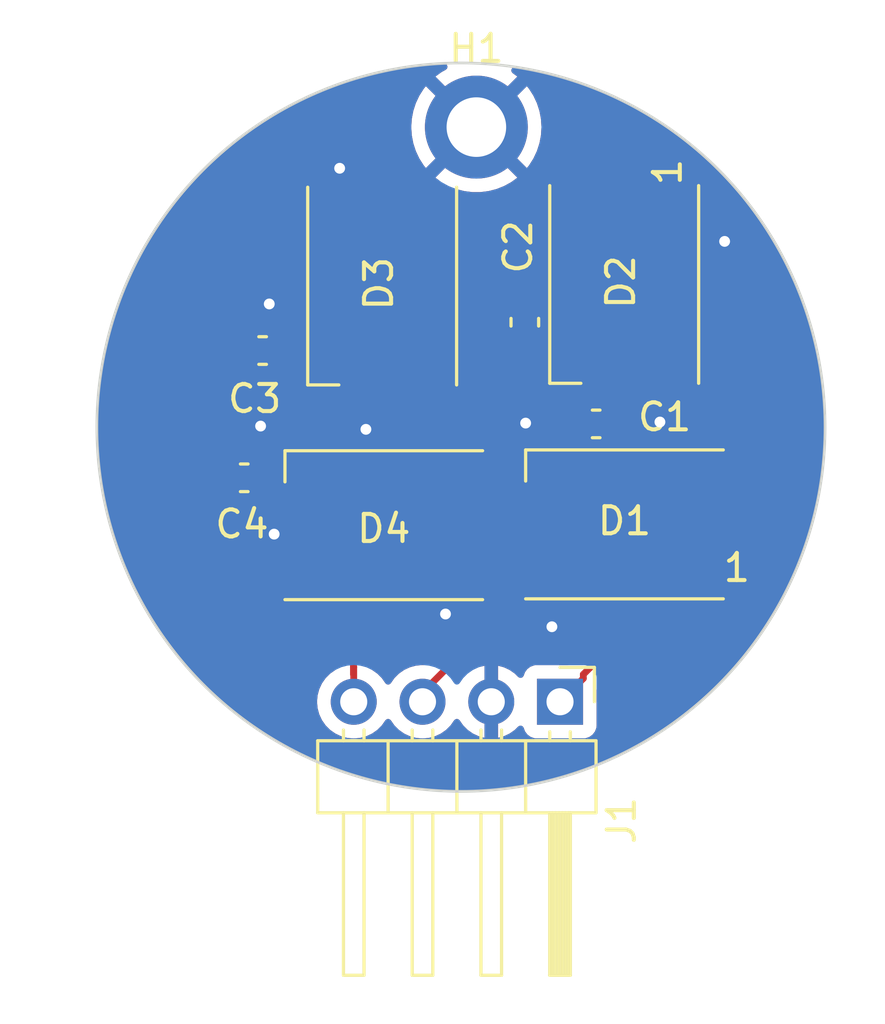
<source format=kicad_pcb>
(kicad_pcb (version 20221018) (generator pcbnew)
  (layers (0 "F.Cu" signal) (31 "B.Cu" signal) (34 "B.Paste" user) (35 "F.Paste" user) (36 "B.SilkS" user "B.Silkscreen") (37 "F.SilkS" user "F.Silkscreen") (38 "B.Mask" user) (39 "F.Mask" user) (44 "Edge.Cuts" user))
  (net 0 "")
  (net 1 "GND")
  (net 2 "Net-(D1-DOUT)")
  (net 3 "+3V3")
  (net 4 "DIN")
  (net 5 "Net-(D2-DOUT)")
  (net 6 "DOUT")
  (net 7 "Net-(D3-DOUT)")
  (footprint "Capacitor_SMD:C_0603_1608Metric" (layer "F.Cu") (at 137.255 60.03 180)
    (fp_text reference "C1" (at -2.527 0.254) (layer "F.SilkS"))
    (fp_text value "0.1u" hide)
    (fp_line (start -0.14058 -0.51) (end 0.14058 -0.51) (stroke (width 0.12)) (layer "F.SilkS"))
    (fp_line (start -0.14058 0.51) (end 0.14058 0.51) (stroke (width 0.12)) (layer "F.SilkS"))
    (pad "1" smd roundrect (at -0.775 0 180) (size 0.9 0.95) (layers "F.Cu" "F.Paste" "F.Mask") (net 1 "GND"))
    (pad "2" smd roundrect (at 0.775 0 180) (size 0.9 0.95) (layers "F.Cu" "F.Paste" "F.Mask") (net 3 "+3V3"))
  )
  (footprint "LED_SMD:LED_WS2812B_PLCC4_5.0x5.0mm_P3.2mm" (layer "F.Cu") (at 138.3 63.74 180)
    (fp_text reference "D1" (at 0 0.126) (layer "F.SilkS"))
    (fp_text value "WS2812B" hide)
    (fp_text user "1" (at -4.15 -1.6) (layer "F.SilkS"))
    (fp_line (start -3.65 -2.75) (end 3.65 -2.75) (stroke (width 0.12)) (layer "F.SilkS"))
    (fp_line (start -3.65 2.75) (end 3.65 2.75) (stroke (width 0.12)) (layer "F.SilkS"))
    (fp_line (start 3.65 2.75) (end 3.65 1.6) (stroke (width 0.12)) (layer "F.SilkS"))
    (pad "1" smd rect (at -2.45 -1.65 180) (size 1.5 0.9) (layers "F.Cu" "F.Paste" "F.Mask") (net 1 "GND"))
    (pad "2" smd rect (at -2.45 1.65 180) (size 1.5 0.9) (layers "F.Cu" "F.Paste" "F.Mask") (net 2 "Net-(D1-DOUT)"))
    (pad "3" smd rect (at 2.45 1.65 180) (size 1.5 0.9) (layers "F.Cu" "F.Paste" "F.Mask") (net 3 "+3V3"))
    (pad "4" smd rect (at 2.45 -1.65 180) (size 1.5 0.9) (layers "F.Cu" "F.Paste" "F.Mask") (net 4 "DIN"))
  )
  (footprint "LED_SMD:LED_WS2812B_PLCC4_5.0x5.0mm_P3.2mm" (layer "F.Cu") (at 129.35 54.94 -90)
    (fp_text reference "D3" (at -0.09 0.126 90) (layer "F.SilkS"))
    (fp_text value "WS2812B" hide)
    (fp_line (start -3.65 -2.75) (end 3.65 -2.75) (stroke (width 0.12)) (layer "F.SilkS"))
    (fp_line (start -3.65 2.75) (end 3.65 2.75) (stroke (width 0.12)) (layer "F.SilkS"))
    (fp_line (start 3.65 2.75) (end 3.65 1.6) (stroke (width 0.12)) (layer "F.SilkS"))
    (pad "1" smd rect (at -2.45 -1.65 270) (size 1.5 0.9) (layers "F.Cu" "F.Paste" "F.Mask") (net 1 "GND"))
    (pad "2" smd rect (at -2.45 1.65 270) (size 1.5 0.9) (layers "F.Cu" "F.Paste" "F.Mask") (net 7 "Net-(D3-DOUT)"))
    (pad "3" smd rect (at 2.45 1.65 270) (size 1.5 0.9) (layers "F.Cu" "F.Paste" "F.Mask") (net 3 "+3V3"))
    (pad "4" smd rect (at 2.45 -1.65 270) (size 1.5 0.9) (layers "F.Cu" "F.Paste" "F.Mask") (net 5 "Net-(D2-DOUT)"))
  )
  (footprint "Capacitor_SMD:C_0603_1608Metric" (layer "F.Cu") (at 124.935 57.32)
    (fp_text reference "C3" (at -0.295 1.78) (layer "F.SilkS"))
    (fp_text value "0.1u" hide)
    (fp_line (start -0.14058 -0.51) (end 0.14058 -0.51) (stroke (width 0.12)) (layer "F.SilkS"))
    (fp_line (start -0.14058 0.51) (end 0.14058 0.51) (stroke (width 0.12)) (layer "F.SilkS"))
    (pad "1" smd roundrect (at -0.775 0) (size 0.9 0.95) (layers "F.Cu" "F.Paste" "F.Mask") (net 1 "GND"))
    (pad "2" smd roundrect (at 0.775 0) (size 0.9 0.95) (layers "F.Cu" "F.Paste" "F.Mask") (net 3 "+3V3"))
  )
  (footprint "Capacitor_SMD:C_0603_1608Metric" (layer "F.Cu") (at 134.62 56.275 -90)
    (fp_text reference "C2" (at -2.781 0.254 90) (layer "F.SilkS"))
    (fp_text value "0.1u" hide)
    (fp_line (start -0.14058 -0.51) (end 0.14058 -0.51) (stroke (width 0.12)) (layer "F.SilkS"))
    (fp_line (start -0.14058 0.51) (end 0.14058 0.51) (stroke (width 0.12)) (layer "F.SilkS"))
    (pad "1" smd roundrect (at -0.775 0 270) (size 0.9 0.95) (layers "F.Cu" "F.Paste" "F.Mask") (net 1 "GND"))
    (pad "2" smd roundrect (at 0.775 0 270) (size 0.9 0.95) (layers "F.Cu" "F.Paste" "F.Mask") (net 3 "+3V3"))
  )
  (footprint "LED_SMD:LED_WS2812B_PLCC4_5.0x5.0mm_P3.2mm" (layer "F.Cu") (at 138.29 54.88 -90)
    (fp_text reference "D2" (at -0.09 0.126 90) (layer "F.SilkS"))
    (fp_text value "WS2812B" hide)
    (fp_text user "1" (at -4.15 -1.6 90) (layer "F.SilkS"))
    (fp_line (start -3.65 -2.75) (end 3.65 -2.75) (stroke (width 0.12)) (layer "F.SilkS"))
    (fp_line (start -3.65 2.75) (end 3.65 2.75) (stroke (width 0.12)) (layer "F.SilkS"))
    (fp_line (start 3.65 2.75) (end 3.65 1.6) (stroke (width 0.12)) (layer "F.SilkS"))
    (pad "1" smd rect (at -2.45 -1.65 270) (size 1.5 0.9) (layers "F.Cu" "F.Paste" "F.Mask") (net 1 "GND"))
    (pad "2" smd rect (at -2.45 1.65 270) (size 1.5 0.9) (layers "F.Cu" "F.Paste" "F.Mask") (net 5 "Net-(D2-DOUT)"))
    (pad "3" smd rect (at 2.45 1.65 270) (size 1.5 0.9) (layers "F.Cu" "F.Paste" "F.Mask") (net 3 "+3V3"))
    (pad "4" smd rect (at 2.45 -1.65 270) (size 1.5 0.9) (layers "F.Cu" "F.Paste" "F.Mask") (net 2 "Net-(D1-DOUT)"))
  )
  (footprint "Connector_PinHeader_2.54mm:PinHeader_1x04_P2.54mm_Horizontal" (layer "F.Cu") (at 135.92 70.29 -90)
    (fp_text reference "J1" (at 4.385 -2.27 90) (layer "F.SilkS"))
    (fp_text value "Conn_01x04_Socket")
    (fp_line (start -1.27 -1.27) (end 0 -1.27) (stroke (width 0.12)) (layer "F.SilkS"))
    (fp_line (start -1.27 0) (end -1.27 -1.27) (stroke (width 0.12)) (layer "F.SilkS"))
    (fp_line (start 1.042929 2.16) (end 1.44 2.16) (stroke (width 0.12)) (layer "F.SilkS"))
    (fp_line (start 1.042929 2.92) (end 1.44 2.92) (stroke (width 0.12)) (layer "F.SilkS"))
    (fp_line (start 1.042929 4.7) (end 1.44 4.7) (stroke (width 0.12)) (layer "F.SilkS"))
    (fp_line (start 1.042929 5.46) (end 1.44 5.46) (stroke (width 0.12)) (layer "F.SilkS"))
    (fp_line (start 1.042929 7.24) (end 1.44 7.24) (stroke (width 0.12)) (layer "F.SilkS"))
    (fp_line (start 1.042929 8) (end 1.44 8) (stroke (width 0.12)) (layer "F.SilkS"))
    (fp_line (start 1.11 -0.38) (end 1.44 -0.38) (stroke (width 0.12)) (layer "F.SilkS"))
    (fp_line (start 1.11 0.38) (end 1.44 0.38) (stroke (width 0.12)) (layer "F.SilkS"))
    (fp_line (start 1.44 -1.33) (end 1.44 8.95) (stroke (width 0.12)) (layer "F.SilkS"))
    (fp_line (start 1.44 1.27) (end 4.1 1.27) (stroke (width 0.12)) (layer "F.SilkS"))
    (fp_line (start 1.44 3.81) (end 4.1 3.81) (stroke (width 0.12)) (layer "F.SilkS"))
    (fp_line (start 1.44 6.35) (end 4.1 6.35) (stroke (width 0.12)) (layer "F.SilkS"))
    (fp_line (start 1.44 8.95) (end 4.1 8.95) (stroke (width 0.12)) (layer "F.SilkS"))
    (fp_line (start 4.1 -1.33) (end 1.44 -1.33) (stroke (width 0.12)) (layer "F.SilkS"))
    (fp_line (start 4.1 -0.38) (end 10.1 -0.38) (stroke (width 0.12)) (layer "F.SilkS"))
    (fp_line (start 4.1 -0.32) (end 10.1 -0.32) (stroke (width 0.12)) (layer "F.SilkS"))
    (fp_line (start 4.1 -0.2) (end 10.1 -0.2) (stroke (width 0.12)) (layer "F.SilkS"))
    (fp_line (start 4.1 -0.08) (end 10.1 -0.08) (stroke (width 0.12)) (layer "F.SilkS"))
    (fp_line (start 4.1 0.04) (end 10.1 0.04) (stroke (width 0.12)) (layer "F.SilkS"))
    (fp_line (start 4.1 0.16) (end 10.1 0.16) (stroke (width 0.12)) (layer "F.SilkS"))
    (fp_line (start 4.1 0.28) (end 10.1 0.28) (stroke (width 0.12)) (layer "F.SilkS"))
    (fp_line (start 4.1 2.16) (end 10.1 2.16) (stroke (width 0.12)) (layer "F.SilkS"))
    (fp_line (start 4.1 4.7) (end 10.1 4.7) (stroke (width 0.12)) (layer "F.SilkS"))
    (fp_line (start 4.1 7.24) (end 10.1 7.24) (stroke (width 0.12)) (layer "F.SilkS"))
    (fp_line (start 4.1 8.95) (end 4.1 -1.33) (stroke (width 0.12)) (layer "F.SilkS"))
    (fp_line (start 10.1 -0.38) (end 10.1 0.38) (stroke (width 0.12)) (layer "F.SilkS"))
    (fp_line (start 10.1 0.38) (end 4.1 0.38) (stroke (width 0.12)) (layer "F.SilkS"))
    (fp_line (start 10.1 2.16) (end 10.1 2.92) (stroke (width 0.12)) (layer "F.SilkS"))
    (fp_line (start 10.1 2.92) (end 4.1 2.92) (stroke (width 0.12)) (layer "F.SilkS"))
    (fp_line (start 10.1 4.7) (end 10.1 5.46) (stroke (width 0.12)) (layer "F.SilkS"))
    (fp_line (start 10.1 5.46) (end 4.1 5.46) (stroke (width 0.12)) (layer "F.SilkS"))
    (fp_line (start 10.1 7.24) (end 10.1 8) (stroke (width 0.12)) (layer "F.SilkS"))
    (fp_line (start 10.1 8) (end 4.1 8) (stroke (width 0.12)) (layer "F.SilkS"))
    (pad "1" thru_hole rect (at 0 0 270) (size 1.7 1.7) (drill 1) (layers "*.Cu" "*.Mask") (net 3 "+3V3"))
    (pad "2" thru_hole oval (at 0 2.54 270) (size 1.7 1.7) (drill 1) (layers "*.Cu" "*.Mask") (net 1 "GND"))
    (pad "3" thru_hole oval (at 0 5.08 270) (size 1.7 1.7) (drill 1) (layers "*.Cu" "*.Mask") (net 4 "DIN"))
    (pad "4" thru_hole oval (at 0 7.62 270) (size 1.7 1.7) (drill 1) (layers "*.Cu" "*.Mask") (net 6 "DOUT"))
  )
  (footprint "Capacitor_SMD:C_0603_1608Metric" (layer "F.Cu") (at 124.255 62.02)
    (fp_text reference "C4" (at -0.085 1.71) (layer "F.SilkS"))
    (fp_text value "0.1u" hide)
    (fp_line (start -0.14058 -0.51) (end 0.14058 -0.51) (stroke (width 0.12)) (layer "F.SilkS"))
    (fp_line (start -0.14058 0.51) (end 0.14058 0.51) (stroke (width 0.12)) (layer "F.SilkS"))
    (pad "1" smd roundrect (at -0.775 0) (size 0.9 0.95) (layers "F.Cu" "F.Paste" "F.Mask") (net 1 "GND"))
    (pad "2" smd roundrect (at 0.775 0) (size 0.9 0.95) (layers "F.Cu" "F.Paste" "F.Mask") (net 3 "+3V3"))
  )
  (footprint "LED_SMD:LED_WS2812B_PLCC4_5.0x5.0mm_P3.2mm" (layer "F.Cu") (at 129.41 63.77 180)
    (fp_text reference "D4" (at 0 -0.128) (layer "F.SilkS"))
    (fp_text value "WS2812B" hide)
    (fp_line (start -3.65 -2.75) (end 3.65 -2.75) (stroke (width 0.12)) (layer "F.SilkS"))
    (fp_line (start -3.65 2.75) (end 3.65 2.75) (stroke (width 0.12)) (layer "F.SilkS"))
    (fp_line (start 3.65 2.75) (end 3.65 1.6) (stroke (width 0.12)) (layer "F.SilkS"))
    (pad "1" smd rect (at -2.45 -1.65 180) (size 1.5 0.9) (layers "F.Cu" "F.Paste" "F.Mask") (net 1 "GND"))
    (pad "2" smd rect (at -2.45 1.65 180) (size 1.5 0.9) (layers "F.Cu" "F.Paste" "F.Mask") (net 6 "DOUT"))
    (pad "3" smd rect (at 2.45 1.65 180) (size 1.5 0.9) (layers "F.Cu" "F.Paste" "F.Mask") (net 3 "+3V3"))
    (pad "4" smd rect (at 2.45 -1.65 180) (size 1.5 0.9) (layers "F.Cu" "F.Paste" "F.Mask") (net 7 "Net-(D3-DOUT)"))
  )
  (footprint "MountingHole:MountingHole_2.2mm_M2_DIN965_Pad" (layer "F.Cu") (at 132.83 49.07)
    (fp_text reference "H1" (at 0 -2.9) (layer "F.SilkS"))
    (fp_text value "MountingHole_Pad" hide)
    (pad "1" thru_hole circle (at 0 0) (size 3.8 3.8) (drill 2.2) (layers "*.Cu" "*.Mask") (net 1 "GND"))
  )
  (gr_circle (center 132.260591 60.15) (end 138.992591 71.793315) (stroke (width 0.1)) (fill none) (layer "Edge.Cuts"))
  (via (at 134.65 60) (size 0.8) (drill 0.4) (layers "F.Cu" "B.Cu") (net 1))
  (via (at 139.61 59.96) (size 0.8) (drill 0.4) (layers "F.Cu" "B.Cu") (net 1))
  (via (at 124.86 60.11) (size 0.8) (drill 0.4) (layers "F.Cu" "B.Cu") (net 1))
  (via (at 125.18 55.6) (size 0.8) (drill 0.4) (layers "F.Cu" "B.Cu") (net 1))
  (via (at 128.75 60.23) (size 0.8) (drill 0.4) (layers "F.Cu" "B.Cu") (net 1))
  (via (at 135.62 67.52) (size 0.8) (drill 0.4) (layers "F.Cu" "B.Cu") (net 1))
  (via (at 125.36 64.1) (size 0.8) (drill 0.4) (layers "F.Cu" "B.Cu") (net 1))
  (via (at 142 53.29) (size 0.8) (drill 0.4) (layers "F.Cu" "B.Cu") (net 1))
  (via (at 131.69 67.05) (size 0.8) (drill 0.4) (layers "F.Cu" "B.Cu") (net 1))
  (via (at 127.78 50.59) (size 0.8) (drill 0.4) (layers "F.Cu" "B.Cu") (net 1))
  (segment (start 140.75 58.14) (end 139.94 57.33) (width 0.25) (layer "F.Cu") (net 2))
  (segment (start 140.75 62.09) (end 140.75 58.14) (width 0.25) (layer "F.Cu") (net 2))
  (segment (start 134.9 57.33) (end 134.62 57.05) (width 0.25) (layer "F.Cu") (net 3))
  (segment (start 136.64 57.33) (end 134.9 57.33) (width 0.25) (layer "F.Cu") (net 3))
  (segment (start 138.34 67.72) (end 138.34 63.3) (width 0.25) (layer "F.Cu") (net 3))
  (segment (start 132.6 59.68) (end 129.99 59.68) (width 0.25) (layer "F.Cu") (net 3))
  (segment (start 135.85 62.09) (end 135.85 60.66) (width 0.25) (layer "F.Cu") (net 3))
  (segment (start 136.48 60.03) (end 136.64 59.87) (width 0.25) (layer "F.Cu") (net 3))
  (segment (start 127.7 61.38) (end 126.96 62.12) (width 0.25) (layer "F.Cu") (net 3))
  (segment (start 129.99 59.68) (end 127.7 57.39) (width 0.25) (layer "F.Cu") (net 3))
  (segment (start 135.85 60.66) (end 136.48 60.03) (width 0.25) (layer "F.Cu") (net 3))
  (segment (start 126.96 62.12) (end 125.13 62.12) (width 0.25) (layer "F.Cu") (net 3))
  (segment (start 127.7 57.39) (end 127.7 61.38) (width 0.25) (layer "F.Cu") (net 3))
  (segment (start 138.34 63.3) (end 137.13 62.09) (width 0.25) (layer "F.Cu") (net 3))
  (segment (start 127.7 57.39) (end 125.78 57.39) (width 0.25) (layer "F.Cu") (net 3))
  (segment (start 134.62 57.05) (end 134.62 57.66) (width 0.25) (layer "F.Cu") (net 3))
  (segment (start 136.78 69.28) (end 136.78 69.43) (width 0.25) (layer "F.Cu") (net 3))
  (segment (start 136.78 69.43) (end 135.92 70.29) (width 0.25) (layer "F.Cu") (net 3))
  (segment (start 125.13 62.12) (end 125.03 62.02) (width 0.25) (layer "F.Cu") (net 3))
  (segment (start 136.64 59.87) (end 136.64 57.33) (width 0.25) (layer "F.Cu") (net 3))
  (segment (start 138.34 67.72) (end 136.78 69.28) (width 0.25) (layer "F.Cu") (net 3))
  (segment (start 134.62 57.66) (end 132.6 59.68) (width 0.25) (layer "F.Cu") (net 3))
  (segment (start 125.78 57.39) (end 125.71 57.32) (width 0.25) (layer "F.Cu") (net 3))
  (segment (start 137.13 62.09) (end 135.85 62.09) (width 0.25) (layer "F.Cu") (net 3))
  (segment (start 130.84 69.95) (end 135.4 65.39) (width 0.25) (layer "F.Cu") (net 4))
  (segment (start 130.84 70.29) (end 130.84 69.95) (width 0.25) (layer "F.Cu") (net 4))
  (segment (start 135.4 65.39) (end 135.85 65.39) (width 0.25) (layer "F.Cu") (net 4))
  (segment (start 134.69 52.43) (end 131 56.12) (width 0.25) (layer "F.Cu") (net 5))
  (segment (start 136.64 52.43) (end 134.69 52.43) (width 0.25) (layer "F.Cu") (net 5))
  (segment (start 131 56.12) (end 131 57.39) (width 0.25) (layer "F.Cu") (net 5))
  (segment (start 128.3 70.29) (end 128.3 69) (width 0.25) (layer "F.Cu") (net 6))
  (segment (start 128.29 68.99) (end 128.29 67.96) (width 0.25) (layer "F.Cu") (net 6))
  (segment (start 128.3 69) (end 128.29 68.99) (width 0.25) (layer "F.Cu") (net 6))
  (segment (start 129.44 66.81) (end 129.44 64.54) (width 0.25) (layer "F.Cu") (net 6))
  (segment (start 129.44 64.54) (end 131.86 62.12) (width 0.25) (layer "F.Cu") (net 6))
  (segment (start 128.29 69.28) (end 128.29 68.99) (width 0.25) (layer "F.Cu") (net 6))
  (segment (start 128.29 67.96) (end 129.44 66.81) (width 0.25) (layer "F.Cu") (net 6))
  (segment (start 122 56.41) (end 125.92 52.49) (width 0.25) (layer "F.Cu") (net 7))
  (segment (start 126.96 65.42) (end 124.04 65.42) (width 0.25) (layer "F.Cu") (net 7))
  (segment (start 125.92 52.49) (end 127.7 52.49) (width 0.25) (layer "F.Cu") (net 7))
  (segment (start 122 63.38) (end 122 56.41) (width 0.25) (layer "F.Cu") (net 7))
  (segment (start 124.04 65.42) (end 122 63.38) (width 0.25) (layer "F.Cu") (net 7))
  (zone (net 1) (net_name "GND") (layer "F.Cu") (connect_pads (clearance 0.5)) (min_thickness 0.25) (fill yes (thermal_gap 0.5) (thermal_bridge_width 0.5))
    (polygon (pts (xy 147.592 44.586) (xy 147.936 80.982) (xy 115.742 81.51) (xy 115.234 46.966) (xy 120.306 44.376)))
  )
  (zone (net 1) (net_name "GND") (layer "B.Cu") (priority 1) (connect_pads (clearance 0.5)) (min_thickness 0.25) (fill yes (thermal_gap 0.5) (thermal_bridge_width 0.5))
    (polygon (pts (xy 117.324 44.57) (xy 147.782 44.466) (xy 147.552 80.922) (xy 115.678 80.97) (xy 115.678 46.68)))
  )
)
</source>
